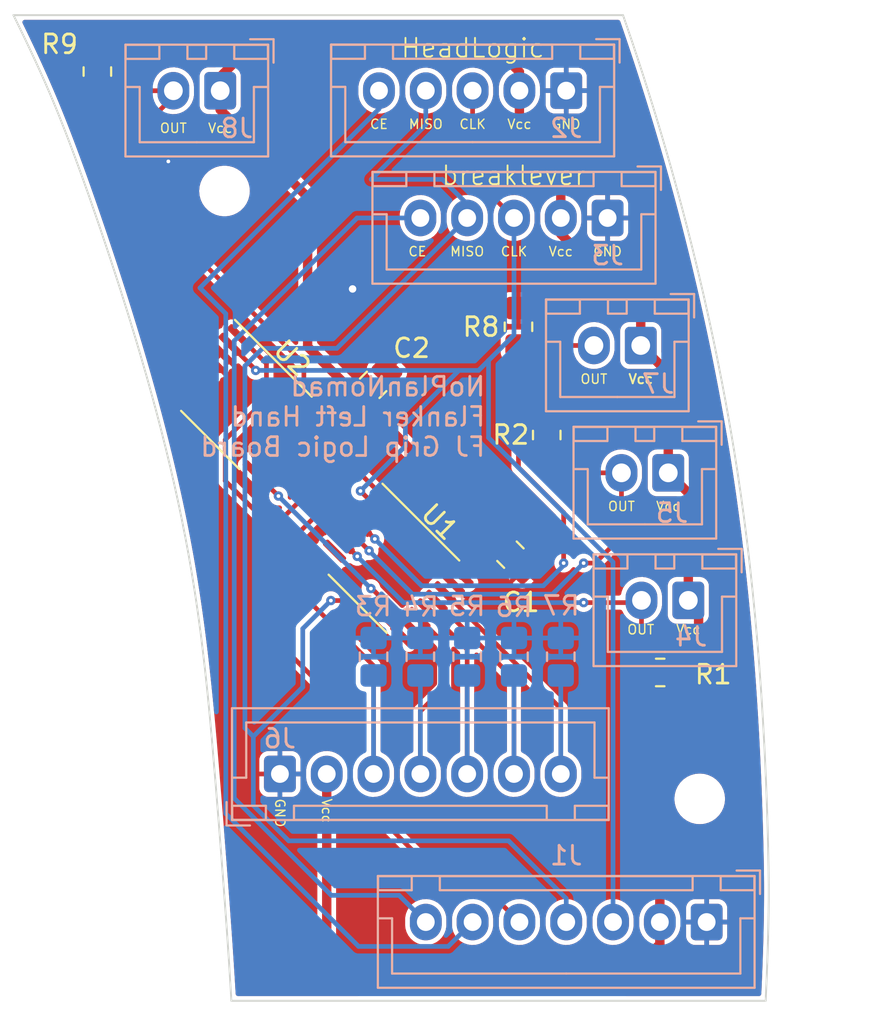
<source format=kicad_pcb>
(kicad_pcb (version 20221018) (generator pcbnew)
  (layers (0 "F.Cu" signal) (31 "B.Cu" signal) (34 "B.Paste" user) (35 "F.Paste" user) (36 "B.SilkS" user "B.Silkscreen") (37 "F.SilkS" user "F.Silkscreen") (38 "B.Mask" user) (39 "F.Mask" user) (44 "Edge.Cuts" user))
  (net 0 "")
  (net 1 "VCC")
  (net 2 "GND")
  (net 3 "CLK")
  (net 4 "CE_Grip")
  (net 5 "MISO")
  (net 6 "CE_HEAD")
  (net 7 "U1D0")
  (net 8 "U1D1")
  (net 9 "U1D4")
  (net 10 "U1D5")
  (net 11 "U1D6")
  (net 12 "U1D7")
  (net 13 "U2D0")
  (net 14 "U1SIN")
  (net 15 "CE_Breaklever")
  (net 16 "U1D2")
  (net 17 "U1D3")
  (footprint "MountingHole:MountingHole_2.2mm_M2" (layer "F.Cu") (at 30.93 24.39)
    (fp_text reference "REF**" hide)
    (fp_text value "MountingHole_2.2mm_M2")
    (pad "" np_thru_hole circle (at 0 0) (size 2.2 2.2) (drill 2.2) (layers "*.Cu" "*.Mask"))
  )
  (footprint "Capacitor_SMD:C_0805_2012Metric_Pad1.18x1.45mm_HandSolder" (layer "F.Cu") (at 38.87 34.74 -135)
    (fp_text reference "C2" (at -2.835498 -0.06364) (layer "F.SilkS"))
    (fp_text value "0.1uF")
    (pad "1" smd roundrect (at -1.0375 0 225) (size 1.175 1.45) (layers "F.Cu" "F.Paste" "F.Mask") (roundrect_rratio 0.2127659574) (net 2 "GND"))
    (pad "2" smd roundrect (at 1.0375 0 225) (size 1.175 1.45) (layers "F.Cu" "F.Paste" "F.Mask") (roundrect_rratio 0.2127659574) (net 1 "VCC"))
  )
  (footprint "MountingHole:MountingHole_2.2mm_M2" (layer "F.Cu") (at 56.31 56.85)
    (fp_text reference "REF**" hide)
    (fp_text value "MountingHole_2.2mm_M2")
    (pad "" np_thru_hole circle (at 0 0) (size 2.2 2.2) (drill 2.2) (layers "*.Cu" "*.Mask"))
  )
  (footprint "Resistor_SMD:R_0805_2012Metric_Pad1.20x1.40mm_HandSolder" (layer "F.Cu") (at 46.63 31.64 90)
    (fp_text reference "R8" (at -0.01 -2 180) (layer "F.SilkS"))
    (fp_text value "1K")
    (pad "1" smd roundrect (at -1 0 90) (size 1.2 1.4) (layers "F.Cu" "F.Paste" "F.Mask") (roundrect_rratio 0.2083333333) (net 10 "U1D5"))
    (pad "2" smd roundrect (at 1 0 90) (size 1.2 1.4) (layers "F.Cu" "F.Paste" "F.Mask") (roundrect_rratio 0.2083333333) (net 2 "GND"))
  )
  (footprint "Package_SO:TSSOP-16_4.4x5mm_P0.65mm" (layer "F.Cu") (at 32.1 35.75 -45)
    (fp_text reference "U2" (at 0 -3.45 -45) (layer "F.SilkS"))
    (fp_text value "74HC165")
    (pad "1" smd roundrect (at -2.8625 -2.275 315) (size 1.475 0.4) (layers "F.Cu" "F.Paste" "F.Mask") (net 4 "CE_Grip"))
    (pad "2" smd roundrect (at -2.8625 -1.625 315) (size 1.475 0.4) (layers "F.Cu" "F.Paste" "F.Mask") (net 3 "CLK"))
    (pad "3" smd roundrect (at -2.8625 -0.975 315) (size 1.475 0.4) (layers "F.Cu" "F.Paste" "F.Mask") (net 2 "GND"))
    (pad "4" smd roundrect (at -2.8625 -0.325 315) (size 1.475 0.4) (layers "F.Cu" "F.Paste" "F.Mask") (net 2 "GND"))
    (pad "5" smd roundrect (at -2.8625 0.325 315) (size 1.475 0.4) (layers "F.Cu" "F.Paste" "F.Mask") (net 2 "GND"))
    (pad "6" smd roundrect (at -2.8625 0.975 315) (size 1.475 0.4) (layers "F.Cu" "F.Paste" "F.Mask") (net 2 "GND"))
    (pad "7" smd roundrect (at -2.8625 1.625 315) (size 1.475 0.4) (layers "F.Cu" "F.Paste" "F.Mask"))
    (pad "8" smd roundrect (at -2.8625 2.275 315) (size 1.475 0.4) (layers "F.Cu" "F.Paste" "F.Mask") (net 2 "GND"))
    (pad "9" smd roundrect (at 2.8625 2.275 315) (size 1.475 0.4) (layers "F.Cu" "F.Paste" "F.Mask") (net 14 "U1SIN"))
    (pad "10" smd roundrect (at 2.8625 1.625 315) (size 1.475 0.4) (layers "F.Cu" "F.Paste" "F.Mask") (net 2 "GND"))
    (pad "11" smd roundrect (at 2.8625 0.975 315) (size 1.475 0.4) (layers "F.Cu" "F.Paste" "F.Mask") (net 13 "U2D0"))
    (pad "12" smd roundrect (at 2.8625 0.325 315) (size 1.475 0.4) (layers "F.Cu" "F.Paste" "F.Mask") (net 2 "GND"))
    (pad "13" smd roundrect (at 2.8625 -0.325 315) (size 1.475 0.4) (layers "F.Cu" "F.Paste" "F.Mask") (net 2 "GND"))
    (pad "14" smd roundrect (at 2.8625 -0.975 315) (size 1.475 0.4) (layers "F.Cu" "F.Paste" "F.Mask") (net 2 "GND"))
    (pad "15" smd roundrect (at 2.8625 -1.625 315) (size 1.475 0.4) (layers "F.Cu" "F.Paste" "F.Mask") (net 2 "GND"))
    (pad "16" smd roundrect (at 2.8625 -2.275 315) (size 1.475 0.4) (layers "F.Cu" "F.Paste" "F.Mask") (net 1 "VCC"))
  )
  (footprint "Resistor_SMD:R_0805_2012Metric_Pad1.20x1.40mm_HandSolder" (layer "F.Cu") (at 54.2 50.1)
    (fp_text reference "R1" (at 2.83 0.11) (layer "F.SilkS"))
    (fp_text value "1K")
    (pad "1" smd roundrect (at -1 0) (size 1.2 1.4) (layers "F.Cu" "F.Paste" "F.Mask") (roundrect_rratio 0.2083333333) (net 12 "U1D7"))
    (pad "2" smd roundrect (at 1 0) (size 1.2 1.4) (layers "F.Cu" "F.Paste" "F.Mask") (roundrect_rratio 0.2083333333) (net 2 "GND"))
  )
  (footprint "Resistor_SMD:R_0805_2012Metric_Pad1.20x1.40mm_HandSolder" (layer "F.Cu") (at 48.14 37.42 90)
    (fp_text reference "R2" (at 0.01 -1.92 180) (layer "F.SilkS"))
    (fp_text value "1K")
    (pad "1" smd roundrect (at -1 0 90) (size 1.2 1.4) (layers "F.Cu" "F.Paste" "F.Mask") (roundrect_rratio 0.2083333333) (net 11 "U1D6"))
    (pad "2" smd roundrect (at 1 0 90) (size 1.2 1.4) (layers "F.Cu" "F.Paste" "F.Mask") (roundrect_rratio 0.2083333333) (net 2 "GND"))
  )
  (footprint "Package_SO:TSSOP-16_4.4x5mm_P0.65mm" (layer "F.Cu") (at 39.98 44.5 -45)
    (fp_text reference "U1" (at 0 -3.45 -45) (layer "F.SilkS"))
    (fp_text value "74HC165")
    (pad "1" smd roundrect (at -2.8625 -2.275 315) (size 1.475 0.4) (layers "F.Cu" "F.Paste" "F.Mask") (net 4 "CE_Grip"))
    (pad "2" smd roundrect (at -2.8625 -1.625 315) (size 1.475 0.4) (layers "F.Cu" "F.Paste" "F.Mask") (net 3 "CLK"))
    (pad "3" smd roundrect (at -2.8625 -0.975 315) (size 1.475 0.4) (layers "F.Cu" "F.Paste" "F.Mask") (net 9 "U1D4"))
    (pad "4" smd roundrect (at -2.8625 -0.325 315) (size 1.475 0.4) (layers "F.Cu" "F.Paste" "F.Mask") (net 10 "U1D5"))
    (pad "5" smd roundrect (at -2.8625 0.325 315) (size 1.475 0.4) (layers "F.Cu" "F.Paste" "F.Mask") (net 11 "U1D6"))
    (pad "6" smd roundrect (at -2.8625 0.975 315) (size 1.475 0.4) (layers "F.Cu" "F.Paste" "F.Mask") (net 12 "U1D7"))
    (pad "7" smd roundrect (at -2.8625 1.625 315) (size 1.475 0.4) (layers "F.Cu" "F.Paste" "F.Mask"))
    (pad "8" smd roundrect (at -2.8625 2.275 315) (size 1.475 0.4) (layers "F.Cu" "F.Paste" "F.Mask") (net 2 "GND"))
    (pad "9" smd roundrect (at 2.8625 2.275 315) (size 1.475 0.4) (layers "F.Cu" "F.Paste" "F.Mask") (net 5 "MISO"))
    (pad "10" smd roundrect (at 2.8625 1.625 315) (size 1.475 0.4) (layers "F.Cu" "F.Paste" "F.Mask") (net 14 "U1SIN"))
    (pad "11" smd roundrect (at 2.8625 0.975 315) (size 1.475 0.4) (layers "F.Cu" "F.Paste" "F.Mask") (net 7 "U1D0"))
    (pad "12" smd roundrect (at 2.8625 0.325 315) (size 1.475 0.4) (layers "F.Cu" "F.Paste" "F.Mask") (net 8 "U1D1"))
    (pad "13" smd roundrect (at 2.8625 -0.325 315) (size 1.475 0.4) (layers "F.Cu" "F.Paste" "F.Mask") (net 16 "U1D2"))
    (pad "14" smd roundrect (at 2.8625 -0.975 315) (size 1.475 0.4) (layers "F.Cu" "F.Paste" "F.Mask") (net 17 "U1D3"))
    (pad "15" smd roundrect (at 2.8625 -1.625 315) (size 1.475 0.4) (layers "F.Cu" "F.Paste" "F.Mask") (net 2 "GND"))
    (pad "16" smd roundrect (at 2.8625 -2.275 315) (size 1.475 0.4) (layers "F.Cu" "F.Paste" "F.Mask") (net 1 "VCC"))
  )
  (footprint "Resistor_SMD:R_0805_2012Metric_Pad1.20x1.40mm_HandSolder" (layer "F.Cu") (at 24.14 18.01 90)
    (fp_text reference "R9" (at 1.46 -2.02 180) (layer "F.SilkS"))
    (fp_text value "1K")
    (pad "1" smd roundrect (at -1 0 90) (size 1.2 1.4) (layers "F.Cu" "F.Paste" "F.Mask") (roundrect_rratio 0.2083333333) (net 13 "U2D0"))
    (pad "2" smd roundrect (at 1 0 90) (size 1.2 1.4) (layers "F.Cu" "F.Paste" "F.Mask") (roundrect_rratio 0.2083333333) (net 2 "GND"))
  )
  (footprint "Capacitor_SMD:C_0805_2012Metric_Pad1.18x1.45mm_HandSolder" (layer "F.Cu") (at 46.2 43.81 135)
    (fp_text reference "C1" (at -2.199102 -1.393) (layer "F.SilkS"))
    (fp_text value "0.1uF")
    (pad "1" smd roundrect (at -1.0375 0 135) (size 1.175 1.45) (layers "F.Cu" "F.Paste" "F.Mask") (roundrect_rratio 0.2127659574) (net 2 "GND"))
    (pad "2" smd roundrect (at 1.0375 0 135) (size 1.175 1.45) (layers "F.Cu" "F.Paste" "F.Mask") (roundrect_rratio 0.2127659574) (net 1 "VCC"))
  )
  (footprint "Connector_JST:JST_XH_B7B-XH-A_1x07_P2.50mm_Vertical" (layer "B.Cu") (at 33.89 55.52)
    (fp_text reference "J6" (at -0.01 -1.89 180) (layer "B.SilkS") (effects (justify mirror)))
    (fp_text value "Conn_01x07")
    (fp_text user "GND" (at 0 1.27 270 unlocked) (layer "F.SilkS") (effects (font (size 0.5 0.5) (thickness 0.075)) (justify left)))
    (fp_text user "Vcc" (at 2.5 1.27 270 unlocked) (layer "F.SilkS") (effects (font (size 0.5 0.5) (thickness 0.075)) (justify left)))
    (pad "1" thru_hole roundrect (at 0 0) (size 1.7 1.95) (drill 0.95) (layers "*.Cu" "*.Mask") (roundrect_rratio 0.1470588235) (net 2 "GND"))
    (pad "2" thru_hole oval (at 2.5 0) (size 1.7 1.95) (drill 0.95) (layers "*.Cu" "*.Mask") (net 1 "VCC"))
    (pad "3" thru_hole oval (at 5 0) (size 1.7 1.95) (drill 0.95) (layers "*.Cu" "*.Mask") (net 9 "U1D4"))
    (pad "4" thru_hole oval (at 7.5 0) (size 1.7 1.95) (drill 0.95) (layers "*.Cu" "*.Mask") (net 7 "U1D0"))
    (pad "5" thru_hole oval (at 10 0) (size 1.7 1.95) (drill 0.95) (layers "*.Cu" "*.Mask") (net 8 "U1D1"))
    (pad "6" thru_hole oval (at 12.5 0) (size 1.7 1.95) (drill 0.95) (layers "*.Cu" "*.Mask") (net 16 "U1D2"))
    (pad "7" thru_hole oval (at 15 0) (size 1.7 1.95) (drill 0.95) (layers "*.Cu" "*.Mask") (net 17 "U1D3"))
  )
  (footprint "Resistor_SMD:R_0805_2012Metric_Pad1.20x1.40mm_HandSolder" (layer "B.Cu") (at 48.89 49.26 90)
    (fp_text reference "R7" (at 2.725 0.02) (layer "B.SilkS") (effects (justify mirror)))
    (fp_text value "1K")
    (pad "1" smd roundrect (at -1 0 90) (size 1.2 1.4) (layers "B.Cu" "B.Paste" "B.Mask") (roundrect_rratio 0.2083333333) (net 17 "U1D3"))
    (pad "2" smd roundrect (at 1 0 90) (size 1.2 1.4) (layers "B.Cu" "B.Paste" "B.Mask") (roundrect_rratio 0.2083333333) (net 2 "GND"))
  )
  (footprint "Connector_JST:JST_XH_B5B-XH-A_1x05_P2.50mm_Vertical" (layer "B.Cu") (at 51.39 25.83 180)
    (fp_text reference "J3" (at 0 -2) (layer "B.SilkS") (effects (justify mirror)))
    (fp_text value "Conn_01x06")
    (fp_text user "CE" (at 10.16 -1.5 unlocked) (layer "F.SilkS") (effects (font (size 0.5 0.5) (thickness 0.075)) (justify top)))
    (fp_text user "breaklever" (at 5.01 1.68 unlocked) (layer "F.SilkS") (effects (font (thickness 0.1)) (justify bottom)))
    (fp_text user "GND" (at 0 -1.5 unlocked) (layer "F.SilkS") (effects (font (size 0.5 0.5) (thickness 0.075)) (justify top)))
    (fp_text user "CLK" (at 5 -1.5 unlocked) (layer "F.SilkS") (effects (font (size 0.5 0.5) (thickness 0.075)) (justify top)))
    (fp_text user "MISO" (at 7.5 -1.5 unlocked) (layer "F.SilkS") (effects (font (size 0.5 0.5) (thickness 0.075)) (justify top)))
    (fp_text user "Vcc" (at 2.5 -1.5 unlocked) (layer "F.SilkS") (effects (font (size 0.5 0.5) (thickness 0.075)) (justify top)))
    (pad "1" thru_hole roundrect (at 0 0 180) (size 1.7 1.95) (drill 0.95) (layers "*.Cu" "*.Mask") (roundrect_rratio 0.1470588235) (net 2 "GND"))
    (pad "2" thru_hole oval (at 2.5 0 180) (size 1.7 1.95) (drill 0.95) (layers "*.Cu" "*.Mask") (net 1 "VCC"))
    (pad "3" thru_hole oval (at 5 0 180) (size 1.7 1.95) (drill 0.95) (layers "*.Cu" "*.Mask") (net 3 "CLK"))
    (pad "4" thru_hole oval (at 7.5 0 180) (size 1.7 1.95) (drill 0.95) (layers "*.Cu" "*.Mask") (net 5 "MISO"))
    (pad "5" thru_hole oval (at 10 0 180) (size 1.7 1.95) (drill 0.95) (layers "*.Cu" "*.Mask") (net 15 "CE_Breaklever"))
  )
  (footprint "Resistor_SMD:R_0805_2012Metric_Pad1.20x1.40mm_HandSolder" (layer "B.Cu") (at 38.889999 49.26 90)
    (fp_text reference "R3" (at 2.685 -0.019999) (layer "B.SilkS") (effects (justify mirror)))
    (fp_text value "1K")
    (pad "1" smd roundrect (at -1 0 90) (size 1.2 1.4) (layers "B.Cu" "B.Paste" "B.Mask") (roundrect_rratio 0.2083333333) (net 9 "U1D4"))
    (pad "2" smd roundrect (at 1 0 90) (size 1.2 1.4) (layers "B.Cu" "B.Paste" "B.Mask") (roundrect_rratio 0.2083333333) (net 2 "GND"))
  )
  (footprint "Resistor_SMD:R_0805_2012Metric_Pad1.20x1.40mm_HandSolder" (layer "B.Cu") (at 41.389999 49.26 90)
    (fp_text reference "R4" (at 2.665 0.000001) (layer "B.SilkS") (effects (justify mirror)))
    (fp_text value "1K")
    (pad "1" smd roundrect (at -1 0 90) (size 1.2 1.4) (layers "B.Cu" "B.Paste" "B.Mask") (roundrect_rratio 0.2083333333) (net 7 "U1D0"))
    (pad "2" smd roundrect (at 1 0 90) (size 1.2 1.4) (layers "B.Cu" "B.Paste" "B.Mask") (roundrect_rratio 0.2083333333) (net 2 "GND"))
  )
  (footprint "Connector_JST:JST_XH_B7B-XH-A_1x07_P2.50mm_Vertical" (layer "B.Cu") (at 56.68 63.428 180)
    (fp_text reference "J1" (at 7.5 3.55) (layer "B.SilkS") (effects (justify mirror)))
    (fp_text value "Conn_01x06")
    (pad "1" thru_hole roundrect (at 0 0 180) (size 1.7 1.95) (drill 0.95) (layers "*.Cu" "*.Mask") (roundrect_rratio 0.1470588235) (net 2 "GND"))
    (pad "2" thru_hole oval (at 2.5 0 180) (size 1.7 1.95) (drill 0.95) (layers "*.Cu" "*.Mask") (net 1 "VCC"))
    (pad "3" thru_hole oval (at 5 0 180) (size 1.7 1.95) (drill 0.95) (layers "*.Cu" "*.Mask") (net 3 "CLK"))
    (pad "4" thru_hole oval (at 7.5 0 180) (size 1.7 1.95) (drill 0.95) (layers "*.Cu" "*.Mask") (net 5 "MISO"))
    (pad "5" thru_hole oval (at 10 0 180) (size 1.7 1.95) (drill 0.95) (layers "*.Cu" "*.Mask") (net 4 "CE_Grip"))
    (pad "6" thru_hole oval (at 12.5 0 180) (size 1.7 1.95) (drill 0.95) (layers "*.Cu" "*.Mask") (net 6 "CE_HEAD"))
    (pad "7" thru_hole oval (at 15 0 180) (size 1.7 1.95) (drill 0.95) (layers "*.Cu" "*.Mask") (net 15 "CE_Breaklever"))
  )
  (footprint "Connector_JST:JST_XH_B5B-XH-A_1x05_P2.50mm_Vertical" (layer "B.Cu") (at 49.18 19.03 180)
    (fp_text reference "J2" (at 0 -2) (layer "B.SilkS") (effects (justify mirror)))
    (fp_text value "Conn_01x06")
    (fp_text user "HeadLogic" (at 4.99 1.69 unlocked) (layer "F.SilkS") (effects (font (thickness 0.1)) (justify bottom)))
    (fp_text user "CE" (at 10 -1.5 unlocked) (layer "F.SilkS") (effects (font (size 0.5 0.5) (thickness 0.075)) (justify top)))
    (fp_text user "GND" (at 0 -1.5 unlocked) (layer "F.SilkS") (effects (font (size 0.5 0.5) (thickness 0.075)) (justify top)))
    (fp_text user "CLK" (at 5 -1.5 unlocked) (layer "F.SilkS") (effects (font (size 0.5 0.5) (thickness 0.075)) (justify top)))
    (fp_text user "Vcc" (at 2.5 -1.5 unlocked) (layer "F.SilkS") (effects (font (size 0.5 0.5) (thickness 0.075)) (justify top)))
    (fp_text user "MISO" (at 7.5 -1.5 unlocked) (layer "F.SilkS") (effects (font (size 0.5 0.5) (thickness 0.075)) (justify top)))
    (pad "1" thru_hole roundrect (at 0 0 180) (size 1.7 1.95) (drill 0.95) (layers "*.Cu" "*.Mask") (roundrect_rratio 0.1470588235) (net 2 "GND"))
    (pad "2" thru_hole oval (at 2.5 0 180) (size 1.7 1.95) (drill 0.95) (layers "*.Cu" "*.Mask") (net 1 "VCC"))
    (pad "3" thru_hole oval (at 5 0 180) (size 1.7 1.95) (drill 0.95) (layers "*.Cu" "*.Mask") (net 3 "CLK"))
    (pad "4" thru_hole oval (at 7.5 0 180) (size 1.7 1.95) (drill 0.95) (layers "*.Cu" "*.Mask") (net 5 "MISO"))
    (pad "5" thru_hole oval (at 10 0 180) (size 1.7 1.95) (drill 0.95) (layers "*.Cu" "*.Mask") (net 6 "CE_HEAD"))
  )
  (footprint "Connector_JST:JST_XH_B2B-XH-A_1x02_P2.50mm_Vertical" (layer "B.Cu") (at 54.63 39.44 180)
    (fp_text reference "J5" (at -0.2 -2.144) (layer "B.SilkS") (effects (justify mirror)))
    (fp_text value "Conn_01x02")
    (fp_text user "OUT" (at 2.5 -1.5 unlocked) (layer "F.SilkS") (effects (font (size 0.5 0.5) (thickness 0.075)) (justify top)))
    (fp_text user "Vcc" (at 0 -1.5 unlocked) (layer "F.SilkS") (effects (font (size 0.5 0.5) (thickness 0.075)) (justify top)))
    (pad "1" thru_hole roundrect (at 0 0 180) (size 1.7 2) (drill 1) (layers "*.Cu" "*.Mask") (roundrect_rratio 0.1470588235) (net 1 "VCC"))
    (pad "2" thru_hole oval (at 2.5 0 180) (size 1.7 2) (drill 1) (layers "*.Cu" "*.Mask") (net 11 "U1D6"))
  )
  (footprint "Resistor_SMD:R_0805_2012Metric_Pad1.20x1.40mm_HandSolder" (layer "B.Cu") (at 46.39 49.26 90)
    (fp_text reference "R6" (at 2.645 0) (layer "B.SilkS") (effects (justify mirror)))
    (fp_text value "1K")
    (pad "1" smd roundrect (at -1 0 90) (size 1.2 1.4) (layers "B.Cu" "B.Paste" "B.Mask") (roundrect_rratio 0.2083333333) (net 16 "U1D2"))
    (pad "2" smd roundrect (at 1 0 90) (size 1.2 1.4) (layers "B.Cu" "B.Paste" "B.Mask") (roundrect_rratio 0.2083333333) (net 2 "GND"))
  )
  (footprint "Connector_JST:JST_XH_B2B-XH-A_1x02_P2.50mm_Vertical" (layer "B.Cu") (at 53.16 32.64 180)
    (fp_text reference "J7" (at -0.93 -2.05) (layer "B.SilkS") (effects (justify mirror)))
    (fp_text value "Conn_01x02")
    (fp_text user "Vcc" (at 0 -1.5 unlocked) (layer "F.SilkS") (effects (font (size 0.5 0.5) (thickness 0.1)) (justify top)))
    (fp_text user "OUT" (at 2.5 -1.5 unlocked) (layer "F.SilkS") (effects (font (size 0.5 0.5) (thickness 0.075)) (justify top)))
    (pad "1" thru_hole roundrect (at 0 0 180) (size 1.7 2) (drill 1) (layers "*.Cu" "*.Mask") (roundrect_rratio 0.1470588235) (net 1 "VCC"))
    (pad "2" thru_hole oval (at 2.5 0 180) (size 1.7 2) (drill 1) (layers "*.Cu" "*.Mask") (net 10 "U1D5"))
  )
  (footprint "Connector_JST:JST_XH_B2B-XH-A_1x02_P2.50mm_Vertical" (layer "B.Cu") (at 30.7 19.035 180)
    (fp_text reference "J8" (at -0.89 -2.005) (layer "B.SilkS") (effects (justify mirror)))
    (fp_text value "Conn_01x02")
    (fp_text user "OUT" (at 2.5 -2 unlocked) (layer "F.SilkS") (effects (font (size 0.5 0.5) (thickness 0.075))))
    (fp_text user "Vcc" (at 0 -2 unlocked) (layer "F.SilkS") (effects (font (size 0.5 0.5) (thickness 0.075))))
    (pad "1" thru_hole roundrect (at 0 0 180) (size 1.7 2) (drill 1) (layers "*.Cu" "*.Mask") (roundrect_rratio 0.1470588235) (net 1 "VCC"))
    (pad "2" thru_hole oval (at 2.5 0 180) (size 1.7 2) (drill 1) (layers "*.Cu" "*.Mask") (net 13 "U2D0"))
  )
  (footprint "Connector_JST:JST_XH_B2B-XH-A_1x02_P2.50mm_Vertical" (layer "B.Cu") (at 55.7 46.25 180)
    (fp_text reference "J4" (at -0.146 -1.938) (layer "B.SilkS") (effects (justify mirror)))
    (fp_text value "Conn_01x02")
    (fp_text user "Vcc" (at 0 -1.27 unlocked) (layer "F.SilkS") (effects (font (size 0.5 0.5) (thickness 0.075)) (justify top)))
    (fp_text user "OUT" (at 2.54 -1.27 unlocked) (layer "F.SilkS") (effects (font (size 0.5 0.5) (thickness 0.075)) (justify top)))
    (pad "1" thru_hole roundrect (at 0 0 180) (size 1.7 2) (drill 1) (layers "*.Cu" "*.Mask") (roundrect_rratio 0.1470588235) (net 1 "VCC"))
    (pad "2" thru_hole oval (at 2.5 0 180) (size 1.7 2) (drill 1) (layers "*.Cu" "*.Mask") (net 12 "U1D7"))
  )
  (footprint "Resistor_SMD:R_0805_2012Metric_Pad1.20x1.40mm_HandSolder" (layer "B.Cu") (at 43.889999 49.26 90)
    (fp_text reference "R5" (at 2.695 -0.009999) (layer "B.SilkS") (effects (justify mirror)))
    (fp_text value "1K")
    (pad "1" smd roundrect (at -1 0 90) (size 1.2 1.4) (layers "B.Cu" "B.Paste" "B.Mask") (roundrect_rratio 0.2083333333) (net 8 "U1D1"))
    (pad "2" smd roundrect (at 1 0 90) (size 1.2 1.4) (layers "B.Cu" "B.Paste" "B.Mask") (roundrect_rratio 0.2083333333) (net 2 "GND"))
  )
  (gr_curve (pts (xy 52.213824 15) (xy 52.386723 15.496455) (xy 52.556869 15.993928) (xy 52.724212 16.492226)) (stroke (width 0.1)) (layer "Edge.Cuts"))
  (gr_curve (pts (xy 23.876091 25.184956) (xy 23.256066 23.400008) (xy 22.538229 21.432285) (xy 21.83942 19.744996)) (stroke (width 0.1)) (layer "Edge.Cuts"))
  (gr_curve (pts (xy 53.378756 18.49037) (xy 56.134048 27.118447) (xy 57.473555 34.137638) (xy 58.148352 38.266719)) (stroke (width 0.1)) (layer "Edge.Cuts"))
  (gr_curve (pts (xy 58.83126 43.057632) (xy 59.276838 46.685373) (xy 59.57477 50.364153) (xy 59.761756 54.007049)) (stroke (width 0.1)) (layer "Edge.Cuts"))
  (gr_curve (pts (xy 30.259736 53.712561) (xy 29.964776 50.344137) (xy 29.613251 47.155278) (xy 29.011232 43.809463)) (stroke (width 0.1)) (layer "Edge.Cuts"))
  (gr_curve (pts (xy 59.918154 57.796223) (xy 59.943175 58.59022) (xy 59.990046 60.228258) (xy 59.995515 61.435135)) (stroke (width 0.1)) (layer "Edge.Cuts"))
  (gr_curve (pts (xy 29.011232 43.809463) (xy 28.103495 38.764572) (xy 26.695864 33.73169) (xy 25.111268 28.859066)) (stroke (width 0.1)) (layer "Edge.Cuts"))
  (gr_curve (pts (xy 31.042632 63.671014) (xy 30.859284 61.088184) (xy 30.493198 56.378677) (xy 30.259736 53.712561)) (stroke (width 0.1)) (layer "Edge.Cuts"))
  (gr_line (start 52.213824 15) (end 19.658728 15) (stroke (width 0.1)) (layer "Edge.Cuts"))
  (gr_curve (pts (xy 21.83942 19.744996) (xy 21.171406 18.132061) (xy 20.437926 16.579576) (xy 19.658728 15)) (stroke (width 0.1)) (layer "Edge.Cuts"))
  (gr_curve (pts (xy 59.761756 54.007049) (xy 59.826507 55.268513) (xy 59.878389 56.534335) (xy 59.918154 57.796223)) (stroke (width 0.1)) (layer "Edge.Cuts"))
  (gr_curve (pts (xy 25.111268 28.859066) (xy 24.712873 27.634004) (xy 24.281528 26.352147) (xy 23.876091 25.184956)) (stroke (width 0.1)) (layer "Edge.Cuts"))
  (gr_curve (pts (xy 58.148352 38.266719) (xy 58.408339 39.857574) (xy 58.634709 41.457382) (xy 58.83126 43.057632)) (stroke (width 0.1)) (layer "Edge.Cuts"))
  (gr_curve (pts (xy 31.29812 67.632307) (xy 31.223127 66.335772) (xy 31.138408 65.020211) (xy 31.042632 63.671014)) (stroke (width 0.1)) (layer "Edge.Cuts"))
  (gr_line (start 59.831662 67.632307) (end 31.29812 67.632307) (stroke (width 0.1)) (layer "Edge.Cuts"))
  (gr_curve (pts (xy 59.995515 61.435135) (xy 60 62.424792) (xy 59.9848 63.40891) (xy 59.956861 64.399665)) (stroke (width 0.1)) (layer "Edge.Cuts"))
  (gr_curve (pts (xy 59.956861 64.399665) (xy 59.912013 65.990006) (xy 59.831662 67.632307) (xy 59.831662 67.632307)) (stroke (width 0.1)) (layer "Edge.Cuts"))
  (gr_curve (pts (xy 52.724212 16.492226) (xy 52.947103 17.155934) (xy 53.165287 17.8219) (xy 53.378756 18.49037)) (stroke (width 0.1)) (layer "Edge.Cuts"))
  (gr_text "NoPlanNomad\nFlanker Left Hand\nFJ Grip Logic Board" (at 44.94 38.64) (layer "B.SilkS") (effects (font (size 1 1)) (justify left bottom mirror)))
  (segment (start 36.424563 35.473623) (end 35.732761 36.165425) (width 0.5) (layer "F.Cu") (net 1))
  (segment (start 56.25 46.8) (end 55.7 46.25) (width 0.5) (layer "F.Cu") (net 1))
  (segment (start 52.02 66.77) (end 54.18 64.61) (width 0.5) (layer "F.Cu") (net 1))
  (segment (start 48.89 25.83) (end 48.89 23.34) (width 0.5) (layer "F.Cu") (net 1))
  (segment (start 30.7 18.29) (end 30.7 19.035) (width 0.5) (layer "F.Cu") (net 1))
  (segment (start 46.68 18.03) (end 45.22 16.57) (width 0.5) (layer "F.Cu") (net 1))
  (segment (start 45.22 16.57) (end 32.42 16.57) (width 0.5) (layer "F.Cu") (net 1))
  (segment (start 48.89 26.686827) (end 48.89 25.83) (width 0.5) (layer "F.Cu") (net 1))
  (segment (start 38.136377 35.473623) (end 35.745 33.082246) (width 0.5) (layer "F.Cu") (net 1))
  (segment (start 35.37 32.707246) (end 35.37 24.72) (width 0.5) (layer "F.Cu") (net 1))
  (segment (start 38.42 66.77) (end 52.02 66.77) (width 0.5) (layer "F.Cu") (net 1))
  (segment (start 53.16 32.64) (end 53.16 30.956827) (width 0.5) (layer "F.Cu") (net 1))
  (segment (start 36.39 55.52) (end 36.39 64.74) (width 0.5) (layer "F.Cu") (net 1))
  (segment (start 55.7 40.51) (end 54.63 39.44) (width 0.5) (layer "F.Cu") (net 1))
  (segment (start 48.89 23.34) (end 46.68 21.13) (width 0.5) (layer "F.Cu") (net 1))
  (segment (start 54.18 64.61) (end 54.18 52.909949) (width 0.5) (layer "F.Cu") (net 1))
  (segment (start 32.42 16.57) (end 30.7 18.29) (width 0.5) (layer "F.Cu") (net 1))
  (segment (start 30.7 20.05) (end 30.7 19.035) (width 0.5) (layer "F.Cu") (net 1))
  (segment (start 53.16 30.956827) (end 48.89 26.686827) (width 0.5) (layer "F.Cu") (net 1))
  (segment (start 45.466377 43.076377) (end 45.451809 43.076377) (width 0.5) (layer "F.Cu") (net 1))
  (segment (start 46.68 21.13) (end 46.68 19.03) (width 0.5) (layer "F.Cu") (net 1))
  (segment (start 54.63 39.44) (end 54.63 34.11) (width 0.5) (layer "F.Cu") (net 1))
  (segment (start 45.466377 42.803623) (end 38.136377 35.473623) (width 0.5) (layer "F.Cu") (net 1))
  (segment (start 38.136377 35.473623) (end 36.424563 35.473623) (width 0.5) (layer "F.Cu") (net 1))
  (segment (start 35.37 24.72) (end 30.7 20.05) (width 0.5) (layer "F.Cu") (net 1))
  (segment (start 45.466377 43.076377) (end 45.466377 42.803623) (width 0.5) (layer "F.Cu") (net 1))
  (segment (start 36.39 64.74) (end 38.42 66.77) (width 0.5) (layer "F.Cu") (net 1))
  (segment (start 54.18 52.909949) (end 56.25 50.839949) (width 0.5) (layer "F.Cu") (net 1))
  (segment (start 46.68 19.03) (end 46.68 18.03) (width 0.5) (layer "F.Cu") (net 1))
  (segment (start 56.25 50.839949) (end 56.25 46.8) (width 0.5) (layer "F.Cu") (net 1))
  (segment (start 35.745 33.082246) (end 35.37 32.707246) (width 0.5) (layer "F.Cu") (net 1))
  (segment (start 55.7 46.25) (end 55.7 40.51) (width 0.5) (layer "F.Cu") (net 1))
  (segment (start 54.63 34.11) (end 53.16 32.64) (width 0.5) (layer "F.Cu") (net 1))
  (segment (start 45.451809 43.076377) (end 43.612761 44.915425) (width 0.5) (layer "F.Cu") (net 1))
  (segment (start 33.671903 39.62) (end 34.17 39.62) (width 0.25) (layer "F.Cu") (net 2))
  (segment (start 30.07 35.098859) (end 29.381174 34.410033) (width 0.25) (layer "F.Cu") (net 2))
  (segment (start 30.765336 33.036478) (end 30.305717 33.496097) (width 0.25) (layer "F.Cu") (net 2))
  (segment (start 35.273142 36.625045) (end 35.275045 36.625045) (width 0.25) (layer "F.Cu") (net 2))
  (segment (start 30.305717 33.496097) (end 29.846097 33.955717) (width 0.25) (layer "F.Cu") (net 2))
  (segment (start 34.17 39.62) (end 34.57 39.22) (width 0.25) (layer "F.Cu") (net 2))
  (segment (start 34.57 38.679619) (end 33.899587 38.009206) (width 0.25) (layer "F.Cu") (net 2))
  (segment (start 29.846097 33.955717) (end 29.386478 34.415336) (width 0.25) (layer "F.Cu") (net 2))
  (segment (start 29.57 35.97) (end 30.07 35.47) (width 0.25) (layer "F.Cu") (net 2))
  (segment (start 30.07 35.47) (end 30.07 35.098859) (width 0.25) (layer "F.Cu") (net 2))
  (segment (start 29.102665 35.97) (end 29.57 35.97) (width 0.25) (layer "F.Cu") (net 2))
  (segment (start 32.980348 38.928445) (end 33.671903 39.62) (width 0.25) (layer "F.Cu") (net 2))
  (segment (start 34.57 39.22) (end 34.57 38.679619) (width 0.25) (layer "F.Cu") (net 2))
  (segment (start 28.461936 35.329271) (end 29.102665 35.97) (width 0.25) (layer "F.Cu") (net 2))
  (via (at 37.77 29.62) (size 0.8) (drill 0.4) (layers "F.Cu" "B.Cu") (net 2))
  (via (at 27.93 22.81) (size 0.5) (drill 0.2) (layers "F.Cu" "B.Cu") (net 2))
  (segment (start 32.5955 33.97) (end 32.5955 33.947403) (width 0.25) (layer "F.Cu") (net 3))
  (segment (start 44.18 23.62) (end 46.39 25.83) (width 0.25) (layer "F.Cu") (net 3))
  (segment (start 39.099652 41.319652) (end 38.19 40.41) (width 0.25) (layer "F.Cu") (net 3))
  (segment (start 44.18 19.03) (end 44.18 23.62) (width 0.25) (layer "F.Cu") (net 3))
  (segment (start 39.099652 41.321555) (end 39.099652 41.319652) (width 0.25) (layer "F.Cu") (net 3))
  (segment (start 32.5955 33.947403) (end 31.219652 32.571555) (width 0.25) (layer "F.Cu") (net 3))
  (via (at 32.5955 33.97) (size 0.5) (drill 0.2) (layers "F.Cu" "B.Cu") (net 3))
  (via (at 38.19 40.41) (size 0.5) (drill 0.2) (layers "F.Cu" "B.Cu") (net 3))
  (segment (start 38.19 40.41) (end 40.59 38.01) (width 0.25) (layer "B.Cu") (net 3))
  (segment (start 45.03 33.44) (end 46.39 32.08) (width 0.25) (layer "B.Cu") (net 3))
  (segment (start 44.5 33.97) (end 45.03 33.44) (width 0.25) (layer "B.Cu") (net 3))
  (segment (start 46.39 32.08) (end 46.39 25.83) (width 0.25) (layer "B.Cu") (net 3))
  (segment (start 32.5955 33.97) (end 44.5 33.97) (width 0.25) (layer "B.Cu") (net 3))
  (segment (start 45.03 37.56) (end 51.68 44.21) (width 0.25) (layer "B.Cu") (net 3))
  (segment (start 45.03 33.44) (end 45.03 37.56) (width 0.25) (layer "B.Cu") (net 3))
  (segment (start 40.59 38.01) (end 40.59 36.83) (width 0.25) (layer "B.Cu") (net 3))
  (segment (start 51.68 44.21) (end 51.68 63.428) (width 0.25) (layer "B.Cu") (net 3))
  (segment (start 40.59 36.83) (end 43.45 33.97) (width 0.25) (layer "B.Cu") (net 3))
  (segment (start 43.27 61.9) (end 37.648905 56.278905) (width 0.25) (layer "F.Cu") (net 4))
  (segment (start 36.37 39.52) (end 33.92 41.97) (width 0.25) (layer "F.Cu") (net 4))
  (segment (start 37.648905 52.348905) (end 33.92 48.62) (width 0.25) (layer "F.Cu") (net 4))
  (segment (start 39.559271 40.861936) (end 38.217335 39.52) (width 0.25) (layer "F.Cu") (net 4))
  (segment (start 33.07 41.97) (end 33.92 41.97) (width 0.25) (layer "F.Cu") (net 4))
  (segment (start 46.68 63.428) (end 45.152 61.9) (width 0.25) (layer "F.Cu") (net 4))
  (segment (start 37.648905 56.278905) (end 37.648905 52.348905) (width 0.25) (layer "F.Cu") (net 4))
  (segment (start 31.684575 32.117239) (end 33.17 33.602664) (width 0.25) (layer "F.Cu") (net 4))
  (segment (start 39.568064 40.861936) (end 39.559271 40.861936) (width 0.25) (layer "F.Cu") (net 4))
  (segment (start 33.92 48.62) (end 33.92 41.97) (width 0.25) (layer "F.Cu") (net 4))
  (segment (start 45.152 61.9) (end 43.27 61.9) (width 0.25) (layer "F.Cu") (net 4))
  (segment (start 30.97 39.87) (end 33.07 41.97) (width 0.25) (layer "F.Cu") (net 4))
  (segment (start 33.17 35.47) (end 30.97 37.67) (width 0.25) (layer "F.Cu") (net 4))
  (segment (start 30.97 37.67) (end 30.97 39.87) (width 0.25) (layer "F.Cu") (net 4))
  (segment (start 33.17 33.602664) (end 33.17 35.47) (width 0.25) (layer "F.Cu") (net 4))
  (segment (start 38.217335 39.52) (end 36.37 39.52) (width 0.25) (layer "F.Cu") (net 4))
  (segment (start 38.522664 46.26) (end 38.61 46.347336) (width 0.25) (layer "F.Cu") (net 5))
  (segment (start 36.61 46.26) (end 38.522664 46.26) (width 0.25) (layer "F.Cu") (net 5))
  (segment (start 38.61 46.347336) (end 40.395425 48.132761) (width 0.25) (layer "F.Cu") (net 5))
  (via (at 36.61 46.26) (size 0.5) (drill 0.2) (layers "F.Cu" "B.Cu") (net 5))
  (segment (start 32.47 57.200812) (end 34.359188 59.09) (width 0.25) (layer "B.Cu") (net 5))
  (segment (start 41.68 19.03) (end 41.68 20.86) (width 0.25) (layer "B.Cu") (net 5))
  (segment (start 49.18 62.17) (end 49.18 63.428) (width 0.25) (layer "B.Cu") (net 5))
  (segment (start 34.359188 59.09) (end 46.1 59.09) (width 0.25) (layer "B.Cu") (net 5))
  (segment (start 46.1 59.09) (end 49.18 62.17) (width 0.25) (layer "B.Cu") (net 5))
  (segment (start 36.92863 32.79137) (end 32.960957 32.79137) (width 0.25) (layer "B.Cu") (net 5))
  (segment (start 43.89 25.09) (end 43.89 25.83) (width 0.25) (layer "B.Cu") (net 5))
  (segment (start 32.0205 33.731827) (end 32.0205 53.0705) (width 0.25) (layer "B.Cu") (net 5))
  (segment (start 38.77 23.77) (end 42.57 23.77) (width 0.25) (layer "B.Cu") (net 5))
  (segment (start 42.57 23.77) (end 43.89 25.09) (width 0.25) (layer "B.Cu") (net 5))
  (segment (start 32.47 53.52) (end 32.47 57.200812) (width 0.25) (layer "B.Cu") (net 5))
  (segment (start 35.11 50.88) (end 32.47 53.52) (width 0.25) (layer "B.Cu") (net 5))
  (segment (start 35.11 47.76) (end 35.11 50.88) (width 0.25) (layer "B.Cu") (net 5))
  (segment (start 36.61 46.26) (end 35.11 47.76) (width 0.25) (layer "B.Cu") (net 5))
  (segment (start 32.960957 32.79137) (end 32.0205 33.731827) (width 0.25) (layer "B.Cu") (net 5))
  (segment (start 43.89 25.83) (end 36.92863 32.79137) (width 0.25) (layer "B.Cu") (net 5))
  (segment (start 32.0205 53.0705) (end 32.47 53.52) (width 0.25) (layer "B.Cu") (net 5))
  (segment (start 41.68 20.86) (end 38.77 23.77) (width 0.25) (layer "B.Cu") (net 5))
  (segment (start 39.18 20.005) (end 39.18 19.03) (width 0.25) (layer "B.Cu") (net 6))
  (segment (start 42.878 64.73) (end 44.18 63.428) (width 0.25) (layer "B.Cu") (net 6))
  (segment (start 29.62 29.565) (end 39.18 20.005) (width 0.25) (layer "B.Cu") (net 6))
  (segment (start 38.09 64.73) (end 42.878 64.73) (width 0.25) (layer "B.Cu") (net 6))
  (segment (start 30.99863 30.94363) (end 30.99863 57.63863) (width 0.25) (layer "B.Cu") (net 6))
  (segment (start 30.99863 57.63863) (end 38.09 64.73) (width 0.25) (layer "B.Cu") (net 6))
  (segment (start 29.62 29.565) (end 30.99863 30.94363) (width 0.25) (layer "B.Cu") (net 6))
  (segment (start 42.66 50.9) (end 42.66 48.558859) (width 0.25) (layer "F.Cu") (net 7))
  (segment (start 41.39 55.52) (end 41.39 52.17) (width 0.25) (layer "F.Cu") (net 7))
  (segment (start 42.66 48.558859) (end 41.319967 47.218826) (width 0.25) (layer "F.Cu") (net 7))
  (segment (start 41.39 52.17) (end 42.66 50.9) (width 0.25) (layer "F.Cu") (net 7))
  (segment (start 41.389999 50.26) (end 41.39 55.52) (width 0.25) (layer "B.Cu") (net 7))
  (segment (start 43.89 55.52) (end 43.89 48.869619) (width 0.25) (layer "F.Cu") (net 8))
  (segment (start 43.89 48.869619) (end 41.779587 46.759206) (width 0.25) (layer "F.Cu") (net 8))
  (segment (start 43.889999 50.26) (end 43.89 55.52) (width 0.25) (layer "B.Cu") (net 8))
  (segment (start 36.52 41.02) (end 37.878858 41.02) (width 0.25) (layer "F.Cu") (net 9))
  (segment (start 38.89 49.74) (end 34.37 45.22) (width 0.25) (layer "F.Cu") (net 9))
  (segment (start 38.89 55.52) (end 38.89 49.74) (width 0.25) (layer "F.Cu") (net 9))
  (segment (start 34.37 43.17) (end 36.52 41.02) (width 0.25) (layer "F.Cu") (net 9))
  (segment (start 37.878858 41.02) (end 38.645336 41.786478) (width 0.25) (layer "F.Cu") (net 9))
  (segment (start 34.37 45.22) (end 34.37 43.17) (width 0.25) (layer "F.Cu") (net 9))
  (segment (start 38.889999 50.26) (end 38.89 55.52) (width 0.25) (layer "B.Cu") (net 9))
  (segment (start 50.66 32.64) (end 46.63 32.64) (width 0.25) (layer "F.Cu") (net 10))
  (segment (start 49.042639 41.562639) (end 46.63 39.15) (width 0.25) (layer "F.Cu") (net 10))
  (segment (start 38.229095 42.240794) (end 38.958645 42.970344) (width 0.25) (layer "F.Cu") (net 10))
  (segment (start 38.180413 42.240794) (end 38.229095 42.240794) (width 0.25) (layer "F.Cu") (net 10))
  (segment (start 46.63 39.15) (end 46.63 32.64) (width 0.25) (layer "F.Cu") (net 10))
  (segment (start 38.180413 42.250413) (end 38.180413 42.240794) (width 0.25) (layer "F.Cu") (net 10))
  (segment (start 49.042639 44.26) (end 49.042639 41.562639) (width 0.25) (layer "F.Cu") (net 10))
  (via (at 49.042639 44.26) (size 0.5) (drill 0.2) (layers "F.Cu" "B.Cu") (net 10))
  (via (at 38.958645 42.970344) (size 0.5) (drill 0.2) (layers "F.Cu" "B.Cu") (net 10))
  (segment (start 49.042639 44.382615) (end 47.955254 45.47) (width 0.25) (layer "B.Cu") (net 10))
  (segment (start 41.46 45.47) (end 38.960344 42.970344) (width 0.25) (layer "B.Cu") (net 10))
  (segment (start 47.955254 45.47) (end 41.46 45.47) (width 0.25) (layer "B.Cu") (net 10))
  (segment (start 38.960344 42.970344) (end 38.958645 42.970344) (width 0.25) (layer "B.Cu") (net 10))
  (segment (start 49.042639 44.26) (end 49.042639 44.382615) (width 0.25) (layer "B.Cu") (net 10))
  (segment (start 37.720794 42.700413) (end 37.752998 42.700413) (width 0.25) (layer "F.Cu") (net 11))
  (segment (start 50.11 44.26) (end 50.72 44.26) (width 0.25) (layer "F.Cu") (net 11))
  (segment (start 52.13 42.85) (end 52.13 39.44) (width 0.25) (layer "F.Cu") (net 11))
  (segment (start 52.13 39.44) (end 49.16 39.44) (width 0.25) (layer "F.Cu") (net 11))
  (segment (start 50.72 44.26) (end 52.13 42.85) (width 0.25) (layer "F.Cu") (net 11))
  (segment (start 37.752998 42.700413) (end 38.651288 43.598703) (width 0.25) (layer "F.Cu") (net 11))
  (segment (start 49.16 39.44) (end 48.14 38.42) (width 0.25) (layer "F.Cu") (net 11))
  (via (at 50.11 44.26) (size 0.5) (drill 0.2) (layers "F.Cu" "B.Cu") (net 11))
  (via (at 38.651288 43.598703) (size 0.5) (drill 0.2) (layers "F.Cu" "B.Cu") (net 11))
  (segment (start 48.45 45.92) (end 40.972585 45.92) (width 0.25) (layer "B.Cu") (net 11))
  (segment (start 50.11 44.26) (end 48.5705 45.7995) (width 0.25) (layer "B.Cu") (net 11))
  (segment (start 40.972585 45.92) (end 38.651288 43.598703) (width 0.25) (layer "B.Cu") (net 11))
  (segment (start 48.61 45.76) (end 48.45 45.92) (width 0.25) (layer "B.Cu") (net 11))
  (segment (start 53.2 50.1) (end 53.2 46.25) (width 0.25) (layer "F.Cu") (net 12))
  (segment (start 53.08 46.37) (end 53.2 46.25) (width 0.25) (layer "F.Cu") (net 12))
  (segment (start 37.261174 43.160033) (end 37.280033 43.160033) (width 0.25) (layer "F.Cu") (net 12))
  (segment (start 37.280033 43.160033) (end 38.02 43.9) (width 0.25) (layer "F.Cu") (net 12))
  (segment (start 50.11 46.37) (end 53.08 46.37) (width 0.25) (layer "F.Cu") (net 12))
  (via (at 50.11 46.37) (size 0.5) (drill 0.2) (layers "F.Cu" "B.Cu") (net 12))
  (via (at 38.02 43.9) (size 0.5) (drill 0.2) (layers "F.Cu" "B.Cu") (net 12))
  (segment (start 50.11 46.37) (end 40.49 46.37) (width 0.25) (layer "B.Cu") (net 12))
  (segment (start 40.49 46.37) (end 38.02 43.9) (width 0.25) (layer "B.Cu") (net 12))
  (segment (start 28.2 19.035) (end 24.165 19.035) (width 0.25) (layer "F.Cu") (net 13))
  (segment (start 27.32 20.23) (end 28.2 19.35) (width 0.25) (layer "F.Cu") (net 13))
  (segment (start 35.17 33.62) (end 27.32 25.77) (width 0.25) (layer "F.Cu") (net 13))
  (segment (start 27.32 25.77) (end 27.32 20.23) (width 0.25) (layer "F.Cu") (net 13))
  (segment (start 35.17 35.169017) (end 35.17 33.62) (width 0.25) (layer "F.Cu") (net 13))
  (segment (start 32.883043 37.455974) (end 35.17 35.169017) (width 0.25) (layer "F.Cu") (net 13))
  (segment (start 33.439967 38.468826) (end 32.883043 37.911902) (width 0.25) (layer "F.Cu") (net 13))
  (segment (start 28.2 19.35) (end 28.2 19.035) (width 0.25) (layer "F.Cu") (net 13))
  (segment (start 24.165 19.035) (end 24.14 19.01) (width 0.25) (layer "F.Cu") (net 13))
  (segment (start 32.883043 37.911902) (end 32.883043 37.455974) (width 0.25) (layer "F.Cu") (net 13))
  (segment (start 38.75 45.62) (end 38.801903 45.62) (width 0.25) (layer "F.Cu") (net 14))
  (segment (start 33.81 40.68) (end 32.520729 39.390729) (width 0.25) (layer "F.Cu") (net 14))
  (segment (start 38.801903 45.62) (end 40.860348 47.678445) (width 0.25) (layer "F.Cu") (net 14))
  (segment (start 32.520729 39.390729) (end 32.520729 39.388064) (width 0.25) (layer "F.Cu") (net 14))
  (via (at 38.75 45.62) (size 0.5) (drill 0.2) (layers "F.Cu" "B.Cu") (net 14))
  (via (at 33.81 40.68) (size 0.5) (drill 0.2) (layers "F.Cu" "B.Cu") (net 14))
  (segment (start 33.81 40.68) (end 38.75 45.62) (width 0.25) (layer "B.Cu") (net 14))
  (segment (start 41.68 63.428) (end 40.253802 62.001802) (width 0.25) (layer "B.Cu") (net 15))
  (segment (start 31.44863 56.815838) (end 31.44863 32.39137) (width 0.25) (layer "B.Cu") (net 15))
  (segment (start 38.01 25.83) (end 41.39 25.83) (width 0.25) (layer "B.Cu") (net 15))
  (segment (start 36.634594 62.001802) (end 31.44863 56.815838) (width 0.25) (layer "B.Cu") (net 15))
  (segment (start 40.253802 62.001802) (end 36.634594 62.001802) (width 0.25) (layer "B.Cu") (net 15))
  (segment (start 31.44863 32.39137) (end 38.01 25.83) (width 0.25) (layer "B.Cu") (net 15))
  (segment (start 46.39 55.52) (end 46.39 50.450381) (width 0.25) (layer "F.Cu") (net 16))
  (segment (start 46.39 50.450381) (end 42.239206 46.299587) (width 0.25) (layer "F.Cu") (net 16))
  (segment (start 46.39 50.26) (end 46.39 55.52) (width 0.25) (layer "B.Cu") (net 16))
  (segment (start 48.89 55.52) (end 48.89 52.031141) (width 0.25) (layer "F.Cu") (net 17))
  (segment (start 48.89 52.031141) (end 42.698826 45.839967) (width 0.25) (layer "F.Cu") (net 17))
  (segment (start 48.89 50.26) (end 48.89 55.52) (width 0.25) (layer "B.Cu") (net 17))
  (zone (net 2) (net_name "GND") (layers "F&B.Cu") (connect_pads (clearance 0.25)) (min_thickness 0.25) (fill yes (thermal_gap 0.25) (thermal_bridge_width 0.25))
    (polygon (pts (xy 58.5 32.32) (xy 61.02 52.63) (xy 61.08 68.53) (xy 30.75 68.53) (xy 28.45 44.97) (xy 18.94 14.24) (xy 52.57 14.19)))
  )
)
</source>
